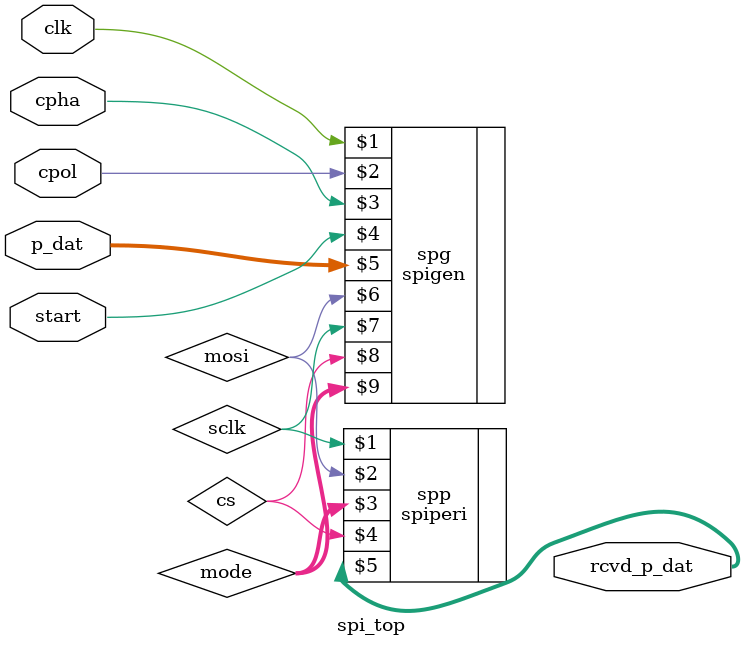
<source format=v>
`timescale 1ns / 1ps


module spi_top(clk, cpol, cpha, start, p_dat, rcvd_p_dat);
    input clk, cpol, cpha, start;
    input [7:0]p_dat;
    output [7:0]rcvd_p_dat;

    wire mosi, sclk, cs;
    wire [1:0]mode;
    
    spigen spg(clk, cpol, cpha, start, p_dat, mosi, sclk, cs, mode);
    spiperi spp(sclk, mosi, mode, cs, rcvd_p_dat);
endmodule

</source>
